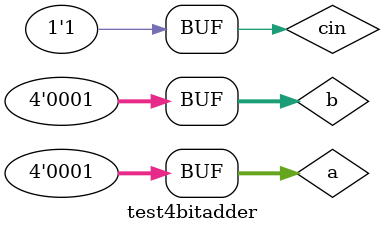
<source format=v>
`timescale 1ns / 1ps


module test4bitadder();
    reg [3:0]a,b;
    reg cin;
    wire [3:0]s;
    wire cout;
    Adder_4bit f1(a,b,cin,s,cout);
initial
    begin
        a=0;b=0;cin=0;
        #10 a=4'b0000;b=4'b0000;cin=1;
        #10 a=4'b0000;b=4'b0001;cin=0;
        #10 a=4'b0000;b=4'b0001;cin=1;
        #10 a=4'b0001;b=4'b0000;cin=0;
        #10 a=4'b0001;b=4'b0000;cin=1;
        #10 a=4'b0001;b=4'b0001;cin=0;
        #10 a=4'b0001;b=4'b0001;cin=1;
    end
endmodule

</source>
